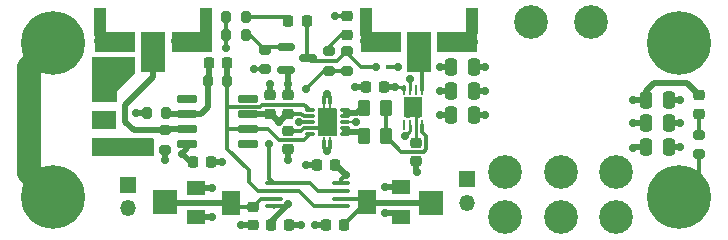
<source format=gtl>
%TF.GenerationSoftware,KiCad,Pcbnew,(6.0.6)*%
%TF.CreationDate,2022-12-06T18:53:10+01:00*%
%TF.ProjectId,sa_amp,73615f61-6d70-42e6-9b69-6361645f7063,rev?*%
%TF.SameCoordinates,Original*%
%TF.FileFunction,Copper,L1,Top*%
%TF.FilePolarity,Positive*%
%FSLAX46Y46*%
G04 Gerber Fmt 4.6, Leading zero omitted, Abs format (unit mm)*
G04 Created by KiCad (PCBNEW (6.0.6)) date 2022-12-06 18:53:10*
%MOMM*%
%LPD*%
G01*
G04 APERTURE LIST*
G04 Aperture macros list*
%AMRoundRect*
0 Rectangle with rounded corners*
0 $1 Rounding radius*
0 $2 $3 $4 $5 $6 $7 $8 $9 X,Y pos of 4 corners*
0 Add a 4 corners polygon primitive as box body*
4,1,4,$2,$3,$4,$5,$6,$7,$8,$9,$2,$3,0*
0 Add four circle primitives for the rounded corners*
1,1,$1+$1,$2,$3*
1,1,$1+$1,$4,$5*
1,1,$1+$1,$6,$7*
1,1,$1+$1,$8,$9*
0 Add four rect primitives between the rounded corners*
20,1,$1+$1,$2,$3,$4,$5,0*
20,1,$1+$1,$4,$5,$6,$7,0*
20,1,$1+$1,$6,$7,$8,$9,0*
20,1,$1+$1,$8,$9,$2,$3,0*%
G04 Aperture macros list end*
%TA.AperFunction,SMDPad,CuDef*%
%ADD10RoundRect,0.200000X-0.275000X0.200000X-0.275000X-0.200000X0.275000X-0.200000X0.275000X0.200000X0*%
%TD*%
%TA.AperFunction,SMDPad,CuDef*%
%ADD11RoundRect,0.218750X-0.256250X0.218750X-0.256250X-0.218750X0.256250X-0.218750X0.256250X0.218750X0*%
%TD*%
%TA.AperFunction,SMDPad,CuDef*%
%ADD12RoundRect,0.200000X-0.200000X-0.275000X0.200000X-0.275000X0.200000X0.275000X-0.200000X0.275000X0*%
%TD*%
%TA.AperFunction,SMDPad,CuDef*%
%ADD13RoundRect,0.200000X0.275000X-0.200000X0.275000X0.200000X-0.275000X0.200000X-0.275000X-0.200000X0*%
%TD*%
%TA.AperFunction,SMDPad,CuDef*%
%ADD14RoundRect,0.225000X0.250000X-0.225000X0.250000X0.225000X-0.250000X0.225000X-0.250000X-0.225000X0*%
%TD*%
%TA.AperFunction,SMDPad,CuDef*%
%ADD15RoundRect,0.250000X0.250000X0.475000X-0.250000X0.475000X-0.250000X-0.475000X0.250000X-0.475000X0*%
%TD*%
%TA.AperFunction,SMDPad,CuDef*%
%ADD16R,1.600000X1.300000*%
%TD*%
%TA.AperFunction,SMDPad,CuDef*%
%ADD17R,1.600000X2.000000*%
%TD*%
%TA.AperFunction,SMDPad,CuDef*%
%ADD18RoundRect,0.225000X0.225000X0.250000X-0.225000X0.250000X-0.225000X-0.250000X0.225000X-0.250000X0*%
%TD*%
%TA.AperFunction,SMDPad,CuDef*%
%ADD19RoundRect,0.225000X-0.225000X-0.250000X0.225000X-0.250000X0.225000X0.250000X-0.225000X0.250000X0*%
%TD*%
%TA.AperFunction,ComponentPad*%
%ADD20C,3.100000*%
%TD*%
%TA.AperFunction,ConnectorPad*%
%ADD21C,5.400000*%
%TD*%
%TA.AperFunction,SMDPad,CuDef*%
%ADD22R,2.000000X1.500000*%
%TD*%
%TA.AperFunction,SMDPad,CuDef*%
%ADD23R,2.000000X3.800000*%
%TD*%
%TA.AperFunction,ComponentPad*%
%ADD24R,1.350000X1.350000*%
%TD*%
%TA.AperFunction,ComponentPad*%
%ADD25O,1.350000X1.350000*%
%TD*%
%TA.AperFunction,SMDPad,CuDef*%
%ADD26RoundRect,0.250000X-0.262500X-0.450000X0.262500X-0.450000X0.262500X0.450000X-0.262500X0.450000X0*%
%TD*%
%TA.AperFunction,SMDPad,CuDef*%
%ADD27R,0.600000X0.450000*%
%TD*%
%TA.AperFunction,SMDPad,CuDef*%
%ADD28RoundRect,0.218750X0.218750X0.256250X-0.218750X0.256250X-0.218750X-0.256250X0.218750X-0.256250X0*%
%TD*%
%TA.AperFunction,SMDPad,CuDef*%
%ADD29RoundRect,0.150000X-0.725000X-0.150000X0.725000X-0.150000X0.725000X0.150000X-0.725000X0.150000X0*%
%TD*%
%TA.AperFunction,SMDPad,CuDef*%
%ADD30RoundRect,0.225000X-0.250000X0.225000X-0.250000X-0.225000X0.250000X-0.225000X0.250000X0.225000X0*%
%TD*%
%TA.AperFunction,SMDPad,CuDef*%
%ADD31R,2.000000X2.000000*%
%TD*%
%TA.AperFunction,SMDPad,CuDef*%
%ADD32R,2.000000X3.500000*%
%TD*%
%TA.AperFunction,SMDPad,CuDef*%
%ADD33R,3.500000X1.750000*%
%TD*%
%TA.AperFunction,SMDPad,CuDef*%
%ADD34R,1.000000X2.350000*%
%TD*%
%TA.AperFunction,SMDPad,CuDef*%
%ADD35R,1.000000X2.200000*%
%TD*%
%TA.AperFunction,SMDPad,CuDef*%
%ADD36O,0.850000X0.280000*%
%TD*%
%TA.AperFunction,SMDPad,CuDef*%
%ADD37R,0.280000X0.280000*%
%TD*%
%TA.AperFunction,SMDPad,CuDef*%
%ADD38R,0.680000X1.050000*%
%TD*%
%TA.AperFunction,SMDPad,CuDef*%
%ADD39R,0.260000X0.500000*%
%TD*%
%TA.AperFunction,SMDPad,CuDef*%
%ADD40R,1.650000X2.400000*%
%TD*%
%TA.AperFunction,SMDPad,CuDef*%
%ADD41R,0.280000X0.700000*%
%TD*%
%TA.AperFunction,SMDPad,CuDef*%
%ADD42RoundRect,0.062500X-0.062500X0.325000X-0.062500X-0.325000X0.062500X-0.325000X0.062500X0.325000X0*%
%TD*%
%TA.AperFunction,SMDPad,CuDef*%
%ADD43R,1.650000X1.800000*%
%TD*%
%TA.AperFunction,SMDPad,CuDef*%
%ADD44RoundRect,0.150000X-0.587500X-0.150000X0.587500X-0.150000X0.587500X0.150000X-0.587500X0.150000X0*%
%TD*%
%TA.AperFunction,SMDPad,CuDef*%
%ADD45RoundRect,0.200000X0.200000X0.275000X-0.200000X0.275000X-0.200000X-0.275000X0.200000X-0.275000X0*%
%TD*%
%TA.AperFunction,SMDPad,CuDef*%
%ADD46RoundRect,0.100000X-0.637500X-0.100000X0.637500X-0.100000X0.637500X0.100000X-0.637500X0.100000X0*%
%TD*%
%TA.AperFunction,ComponentPad*%
%ADD47C,2.850000*%
%TD*%
%TA.AperFunction,ViaPad*%
%ADD48C,0.700000*%
%TD*%
%TA.AperFunction,Conductor*%
%ADD49C,0.300000*%
%TD*%
%TA.AperFunction,Conductor*%
%ADD50C,0.500000*%
%TD*%
%TA.AperFunction,Conductor*%
%ADD51C,0.250000*%
%TD*%
%TA.AperFunction,Conductor*%
%ADD52C,0.200000*%
%TD*%
%TA.AperFunction,Conductor*%
%ADD53C,2.000000*%
%TD*%
G04 APERTURE END LIST*
D10*
%TO.P,R11,1*%
%TO.N,Net-(D4-Pad2)*%
X158200000Y-111275000D03*
%TO.P,R11,2*%
%TO.N,GND*%
X158200000Y-112925000D03*
%TD*%
D11*
%TO.P,D4,1,K*%
%TO.N,-9V*%
X158200000Y-107912500D03*
%TO.P,D4,2,A*%
%TO.N,Net-(D4-Pad2)*%
X158200000Y-109487500D03*
%TD*%
D12*
%TO.P,R1,1*%
%TO.N,GND*%
X111437500Y-109450000D03*
%TO.P,R1,2*%
%TO.N,Net-(C4-Pad1)*%
X113087500Y-109450000D03*
%TD*%
D13*
%TO.P,R7,1*%
%TO.N,Net-(R7-Pad1)*%
X128400000Y-105825000D03*
%TO.P,R7,2*%
%TO.N,Net-(D1-Pad1)*%
X128400000Y-104175000D03*
%TD*%
D10*
%TO.P,R9,1*%
%TO.N,Net-(C6-Pad1)*%
X126900000Y-104175000D03*
%TO.P,R9,2*%
%TO.N,Net-(R7-Pad1)*%
X126900000Y-105825000D03*
%TD*%
D14*
%TO.P,C6,1*%
%TO.N,Net-(C6-Pad1)*%
X128400000Y-102775000D03*
%TO.P,C6,2*%
%TO.N,-9V*%
X128400000Y-101225000D03*
%TD*%
D15*
%TO.P,C3,1*%
%TO.N,GND*%
X155650000Y-108300000D03*
%TO.P,C3,2*%
%TO.N,-9V*%
X153750000Y-108300000D03*
%TD*%
D16*
%TO.P,RV1,1,1*%
%TO.N,+9V*%
X115662500Y-115750000D03*
D17*
%TO.P,RV1,2,2*%
%TO.N,Net-(C11-Pad1)*%
X118562500Y-117000000D03*
D16*
%TO.P,RV1,3,3*%
%TO.N,GND*%
X115662500Y-118250000D03*
%TD*%
D18*
%TO.P,C15,1*%
%TO.N,+9V*%
X131575000Y-107250000D03*
%TO.P,C15,2*%
%TO.N,GND*%
X130025000Y-107250000D03*
%TD*%
D19*
%TO.P,C12,1*%
%TO.N,GND*%
X126637500Y-118900000D03*
%TO.P,C12,2*%
%TO.N,Net-(C12-Pad2)*%
X128187500Y-118900000D03*
%TD*%
D20*
%TO.P,H2,1,1*%
%TO.N,GND*%
X156500000Y-103500000D03*
D21*
X156500000Y-103500000D03*
%TD*%
D22*
%TO.P,D2,1,A*%
%TO.N,-9V*%
X107800000Y-112300000D03*
%TO.P,D2,2*%
%TO.N,N/C*%
X107800000Y-110000000D03*
%TO.P,D2,3,K*%
%TO.N,+9V*%
X107800000Y-107700000D03*
D23*
%TO.P,D2,4,common*%
%TO.N,GND*%
X101500000Y-110000000D03*
%TD*%
D14*
%TO.P,C2,1*%
%TO.N,+9V*%
X121912500Y-109475000D03*
%TO.P,C2,2*%
%TO.N,GND*%
X121912500Y-107925000D03*
%TD*%
D18*
%TO.P,C17,1*%
%TO.N,GND*%
X123487500Y-118900000D03*
%TO.P,C17,2*%
%TO.N,-9V*%
X121937500Y-118900000D03*
%TD*%
D24*
%TO.P,BT1,1,+*%
%TO.N,Net-(BT1-Pad1)*%
X138600000Y-115000000D03*
D25*
%TO.P,BT1,2,-*%
%TO.N,GND*%
X138600000Y-117000000D03*
%TD*%
D21*
%TO.P,H1,1,1*%
%TO.N,GND*%
X103500000Y-103500000D03*
D20*
X103500000Y-103500000D03*
%TD*%
%TO.P,H3,1,1*%
%TO.N,GND*%
X156500000Y-116500000D03*
D21*
X156500000Y-116500000D03*
%TD*%
D26*
%TO.P,R4,1*%
%TO.N,Net-(R4-Pad1)*%
X129887500Y-111400000D03*
%TO.P,R4,2*%
%TO.N,Net-(R4-Pad2)*%
X131712500Y-111400000D03*
%TD*%
D27*
%TO.P,D3,1,K*%
%TO.N,Net-(D1-Pad1)*%
X129850000Y-105500000D03*
%TO.P,D3,2,A*%
%TO.N,GND*%
X131950000Y-105500000D03*
%TD*%
D15*
%TO.P,C13,1*%
%TO.N,+9V*%
X139150000Y-109550000D03*
%TO.P,C13,2*%
%TO.N,GND*%
X137250000Y-109550000D03*
%TD*%
D12*
%TO.P,R6,1*%
%TO.N,+9V*%
X118175000Y-101300000D03*
%TO.P,R6,2*%
%TO.N,Net-(D1-Pad2)*%
X119825000Y-101300000D03*
%TD*%
D16*
%TO.P,RV2,1,1*%
%TO.N,-9V*%
X132962500Y-118200000D03*
D17*
%TO.P,RV2,2,2*%
%TO.N,Net-(C12-Pad2)*%
X130062500Y-116950000D03*
D16*
%TO.P,RV2,3,3*%
%TO.N,GND*%
X132962500Y-115700000D03*
%TD*%
D28*
%TO.P,D1,1,K*%
%TO.N,Net-(D1-Pad1)*%
X124987500Y-101600000D03*
%TO.P,D1,2,A*%
%TO.N,Net-(D1-Pad2)*%
X123412500Y-101600000D03*
%TD*%
D14*
%TO.P,C10,1*%
%TO.N,GND*%
X123412500Y-112475000D03*
%TO.P,C10,2*%
%TO.N,-9V*%
X123412500Y-110925000D03*
%TD*%
D29*
%TO.P,U1,1,VOS_TRIM*%
%TO.N,unconnected-(U1-Pad1)*%
X114887500Y-108245000D03*
%TO.P,U1,2,IN-*%
%TO.N,Net-(C4-Pad1)*%
X114887500Y-109515000D03*
%TO.P,U1,3,IN+*%
%TO.N,Net-(J1-Pad1)*%
X114887500Y-110785000D03*
%TO.P,U1,4,V-*%
%TO.N,-9V*%
X114887500Y-112055000D03*
%TO.P,U1,5,OVERCOMP*%
%TO.N,unconnected-(U1-Pad5)*%
X120037500Y-112055000D03*
%TO.P,U1,6,OUT*%
%TO.N,Net-(C4-Pad2)*%
X120037500Y-110785000D03*
%TO.P,U1,7,V+*%
%TO.N,+9V*%
X120037500Y-109515000D03*
%TO.P,U1,8,VOS_TRIM*%
%TO.N,unconnected-(U1-Pad8)*%
X120037500Y-108245000D03*
%TD*%
D30*
%TO.P,C11,1*%
%TO.N,Net-(C11-Pad1)*%
X120412500Y-117375000D03*
%TO.P,C11,2*%
%TO.N,GND*%
X120412500Y-118925000D03*
%TD*%
D31*
%TO.P,TP2,1,1*%
%TO.N,Net-(C12-Pad2)*%
X135500000Y-117000000D03*
%TD*%
D19*
%TO.P,C4,1*%
%TO.N,Net-(C4-Pad1)*%
X116687500Y-105200000D03*
%TO.P,C4,2*%
%TO.N,Net-(C4-Pad2)*%
X118237500Y-105200000D03*
%TD*%
D13*
%TO.P,R10,1*%
%TO.N,-9V*%
X121500000Y-105725000D03*
%TO.P,R10,2*%
%TO.N,Net-(Q1-Pad1)*%
X121500000Y-104075000D03*
%TD*%
D18*
%TO.P,C5,1*%
%TO.N,GND*%
X116887500Y-113600000D03*
%TO.P,C5,2*%
%TO.N,-9V*%
X115337500Y-113600000D03*
%TD*%
D32*
%TO.P,J1,1,In*%
%TO.N,Net-(J1-Pad1)*%
X112000000Y-104250000D03*
D33*
%TO.P,J1,2,Ext*%
%TO.N,GND*%
X115250000Y-103375000D03*
D34*
X107500000Y-101675000D03*
D35*
X116500000Y-101600000D03*
D33*
X108750000Y-103375000D03*
%TD*%
D15*
%TO.P,C1,1*%
%TO.N,+9V*%
X139150000Y-105550000D03*
%TO.P,C1,2*%
%TO.N,GND*%
X137250000Y-105550000D03*
%TD*%
D14*
%TO.P,C18,1*%
%TO.N,GND*%
X134250000Y-113475000D03*
%TO.P,C18,2*%
%TO.N,-9V*%
X134250000Y-111925000D03*
%TD*%
D36*
%TO.P,U2,1,+*%
%TO.N,Net-(C4-Pad2)*%
X125275000Y-109200000D03*
D37*
X124990000Y-109200000D03*
D36*
%TO.P,U2,2,V+*%
%TO.N,+9V*%
X125275000Y-109700000D03*
D37*
X124990000Y-109700000D03*
D36*
%TO.P,U2,3,GND*%
%TO.N,GND*%
X125275000Y-110200000D03*
D37*
X124990000Y-110200000D03*
D36*
%TO.P,U2,4,V-*%
%TO.N,-9V*%
X125275000Y-110700000D03*
D37*
X124990000Y-110700000D03*
D36*
%TO.P,U2,5,+*%
%TO.N,Net-(C4-Pad2)*%
X125275000Y-111200000D03*
D37*
X124990000Y-111200000D03*
%TO.P,U2,6,-*%
%TO.N,Net-(R4-Pad1)*%
X128510000Y-111200000D03*
D36*
X128225000Y-111200000D03*
D37*
%TO.P,U2,7*%
X128510000Y-110700000D03*
D36*
X128225000Y-110700000D03*
%TO.P,U2,8,EN*%
%TO.N,+9V*%
X128225000Y-110200000D03*
D37*
X128510000Y-110200000D03*
D36*
%TO.P,U2,9*%
%TO.N,Net-(R5-Pad1)*%
X128225000Y-109700000D03*
D37*
X128510000Y-109700000D03*
D36*
%TO.P,U2,10,-*%
X128225000Y-109200000D03*
D37*
X128510000Y-109200000D03*
D38*
%TO.P,U2,11,V-*%
%TO.N,-9V*%
X126300000Y-110835000D03*
D39*
X127000000Y-108570000D03*
D40*
X126750000Y-110200000D03*
D41*
X127000000Y-111750000D03*
D39*
X126500000Y-108570000D03*
D38*
X127200000Y-109565000D03*
D39*
X126500000Y-111830000D03*
D38*
X126300000Y-109565000D03*
D41*
X127000000Y-108650000D03*
X126500000Y-111750000D03*
D38*
X127200000Y-110835000D03*
D41*
X126500000Y-108650000D03*
D39*
X127000000Y-111830000D03*
%TD*%
D42*
%TO.P,U4,1*%
%TO.N,Net-(J2-Pad1)*%
X134750000Y-107487500D03*
%TO.P,U4,2,NC*%
%TO.N,unconnected-(U4-Pad2)*%
X134250000Y-107487500D03*
%TO.P,U4,3,GND*%
%TO.N,GND*%
X133750000Y-107487500D03*
%TO.P,U4,4,VDD*%
%TO.N,+9V*%
X133250000Y-107487500D03*
%TO.P,U4,5,NC*%
%TO.N,unconnected-(U4-Pad5)*%
X133250000Y-110412500D03*
%TO.P,U4,6*%
%TO.N,Net-(D1-Pad1)*%
X133750000Y-110412500D03*
%TO.P,U4,7,VSS*%
%TO.N,-9V*%
X134250000Y-110412500D03*
%TO.P,U4,8*%
%TO.N,Net-(R4-Pad2)*%
X134750000Y-110412500D03*
D43*
%TO.P,U4,9,VSS*%
%TO.N,-9V*%
X134000000Y-108950000D03*
%TD*%
D15*
%TO.P,C9,1*%
%TO.N,GND*%
X155650000Y-110300000D03*
%TO.P,C9,2*%
%TO.N,-9V*%
X153750000Y-110300000D03*
%TD*%
D32*
%TO.P,J2,1,In*%
%TO.N,Net-(J2-Pad1)*%
X134500000Y-104250000D03*
D34*
%TO.P,J2,2,Ext*%
%TO.N,GND*%
X130000000Y-101675000D03*
D33*
X131250000Y-103375000D03*
D35*
X139000000Y-101600000D03*
D33*
X137750000Y-103375000D03*
%TD*%
D44*
%TO.P,Q1,1,G*%
%TO.N,Net-(Q1-Pad1)*%
X123262500Y-103850000D03*
%TO.P,Q1,2,S*%
%TO.N,GND*%
X123262500Y-105750000D03*
%TO.P,Q1,3,D*%
%TO.N,Net-(D1-Pad1)*%
X125137500Y-104800000D03*
%TD*%
D21*
%TO.P,H4,1,1*%
%TO.N,GND*%
X103500000Y-116500000D03*
D20*
X103500000Y-116500000D03*
%TD*%
D14*
%TO.P,C8,1*%
%TO.N,+9V*%
X123412500Y-109475000D03*
%TO.P,C8,2*%
%TO.N,GND*%
X123412500Y-107925000D03*
%TD*%
D18*
%TO.P,C14,1*%
%TO.N,+9V*%
X127437500Y-113850000D03*
%TO.P,C14,2*%
%TO.N,GND*%
X125887500Y-113850000D03*
%TD*%
D15*
%TO.P,C7,1*%
%TO.N,+9V*%
X139150000Y-107550000D03*
%TO.P,C7,2*%
%TO.N,GND*%
X137250000Y-107550000D03*
%TD*%
D45*
%TO.P,R8,1*%
%TO.N,Net-(Q1-Pad1)*%
X119825000Y-102800000D03*
%TO.P,R8,2*%
%TO.N,+9V*%
X118175000Y-102800000D03*
%TD*%
D10*
%TO.P,R2,1*%
%TO.N,Net-(J1-Pad1)*%
X113012500Y-110875000D03*
%TO.P,R2,2*%
%TO.N,GND*%
X113012500Y-112525000D03*
%TD*%
D15*
%TO.P,C16,1*%
%TO.N,GND*%
X155650000Y-112300000D03*
%TO.P,C16,2*%
%TO.N,-9V*%
X153750000Y-112300000D03*
%TD*%
D46*
%TO.P,U3,1*%
%TO.N,Net-(R7-Pad1)*%
X122200000Y-115375000D03*
%TO.P,U3,2,-*%
%TO.N,Net-(C4-Pad2)*%
X122200000Y-116025000D03*
%TO.P,U3,3,+*%
%TO.N,Net-(C11-Pad1)*%
X122200000Y-116675000D03*
%TO.P,U3,4,V-*%
%TO.N,-9V*%
X122200000Y-117325000D03*
%TO.P,U3,5,+*%
%TO.N,Net-(C4-Pad2)*%
X127925000Y-117325000D03*
%TO.P,U3,6,_*%
%TO.N,Net-(C12-Pad2)*%
X127925000Y-116675000D03*
%TO.P,U3,7*%
%TO.N,Net-(R7-Pad1)*%
X127925000Y-116025000D03*
%TO.P,U3,8,V+*%
%TO.N,+9V*%
X127925000Y-115375000D03*
%TD*%
D26*
%TO.P,R5,1*%
%TO.N,Net-(R5-Pad1)*%
X129887500Y-109000000D03*
%TO.P,R5,2*%
%TO.N,Net-(R4-Pad2)*%
X131712500Y-109000000D03*
%TD*%
D31*
%TO.P,TP1,1,1*%
%TO.N,Net-(C11-Pad1)*%
X113000000Y-116950000D03*
%TD*%
D24*
%TO.P,BT2,1,+*%
%TO.N,GND*%
X109900000Y-115500000D03*
D25*
%TO.P,BT2,2,-*%
%TO.N,Net-(BT2-Pad2)*%
X109900000Y-117500000D03*
%TD*%
D47*
%TO.P,SW1,1,A*%
%TO.N,unconnected-(SW1-Pad1)*%
X141810000Y-114450000D03*
%TO.P,SW1,2,B*%
%TO.N,Net-(BT1-Pad1)*%
X146500000Y-114450000D03*
%TO.P,SW1,3,C*%
%TO.N,+9V*%
X151190000Y-114450000D03*
%TO.P,SW1,4,A*%
%TO.N,unconnected-(SW1-Pad4)*%
X141810000Y-118260000D03*
%TO.P,SW1,5,B*%
%TO.N,Net-(BT2-Pad2)*%
X146500000Y-118260000D03*
%TO.P,SW1,6,C*%
%TO.N,-9V*%
X151190000Y-118260000D03*
%TO.P,SW1,7,SHLD*%
%TO.N,GND*%
X143960000Y-101750000D03*
%TO.P,SW1,8,SHLD*%
X149040000Y-101750000D03*
%TD*%
D12*
%TO.P,R3,1*%
%TO.N,Net-(C4-Pad1)*%
X116637500Y-106700000D03*
%TO.P,R3,2*%
%TO.N,Net-(C4-Pad2)*%
X118287500Y-106700000D03*
%TD*%
D48*
%TO.N,+9V*%
X107800000Y-105200000D03*
X140100000Y-109550000D03*
X129150000Y-110200000D03*
X128312500Y-114650000D03*
X109900000Y-105200000D03*
X118200000Y-103900000D03*
X122663057Y-110175159D03*
X140100000Y-105550000D03*
X116962500Y-115750000D03*
X140100000Y-107550000D03*
X109000000Y-106200000D03*
X132500000Y-107250000D03*
%TO.N,GND*%
X119462500Y-118900000D03*
X132650000Y-103400000D03*
X117812500Y-113600000D03*
X156600000Y-110300000D03*
X113850000Y-103350000D03*
X124500000Y-118900000D03*
X130000000Y-101650000D03*
X134300000Y-114400000D03*
X123400000Y-107000000D03*
X124962500Y-113850000D03*
X156600000Y-108300000D03*
X124362500Y-110200000D03*
X136300000Y-109550000D03*
X131662500Y-115700000D03*
X132700000Y-105500000D03*
X136300000Y-107550000D03*
X116500000Y-101600000D03*
X123412500Y-113400000D03*
X110150000Y-103400000D03*
X136350000Y-103350000D03*
X136300000Y-105550000D03*
X131250000Y-103375000D03*
X129100000Y-107250000D03*
X139150000Y-103400000D03*
X116962500Y-118250000D03*
X125712500Y-118900000D03*
X139000000Y-101600000D03*
X107500000Y-101700000D03*
X116650000Y-103350000D03*
X156600000Y-112300000D03*
X108750000Y-103375000D03*
X115250000Y-103375000D03*
X133750000Y-106550000D03*
X113012500Y-113400000D03*
X121900000Y-107000000D03*
X137750000Y-103375000D03*
X110562500Y-109450000D03*
X107350000Y-103350000D03*
X129850000Y-103350000D03*
%TO.N,-9V*%
X152650000Y-110300000D03*
X127400000Y-101200000D03*
X131600000Y-117900000D03*
X152650000Y-108300000D03*
X114412500Y-112850000D03*
X126300000Y-109350000D03*
X126300000Y-110200000D03*
X127200000Y-111050000D03*
X109200000Y-112300000D03*
X123450000Y-117100000D03*
X152600000Y-112350000D03*
X134450000Y-108400000D03*
X111600000Y-112300000D03*
X134450000Y-109500000D03*
X126300000Y-111050000D03*
X126750000Y-107800000D03*
X127200000Y-109350000D03*
X133550000Y-108400000D03*
X133550000Y-109500000D03*
X127200000Y-110200000D03*
X120500000Y-105700000D03*
X126750000Y-112600000D03*
X110400000Y-112300000D03*
%TO.N,Net-(R7-Pad1)*%
X121800000Y-112000000D03*
X124900000Y-107400000D03*
%TO.N,Net-(D1-Pad1)*%
X133300000Y-111400000D03*
X130900000Y-105500000D03*
%TD*%
D49*
%TO.N,GND*%
X158200000Y-112925000D02*
X158200000Y-114800000D01*
X158200000Y-114800000D02*
X156500000Y-116500000D01*
%TO.N,Net-(D4-Pad2)*%
X158200000Y-109487500D02*
X158200000Y-111275000D01*
D50*
%TO.N,-9V*%
X157187500Y-106900000D02*
X158200000Y-107912500D01*
X154400000Y-106900000D02*
X157187500Y-106900000D01*
X153750000Y-107550000D02*
X154400000Y-106900000D01*
X153750000Y-108300000D02*
X153750000Y-107550000D01*
%TO.N,+9V*%
X107800000Y-107700000D02*
X107800000Y-105200000D01*
D49*
X123637500Y-109700000D02*
X123412500Y-109475000D01*
D50*
X115662500Y-115750000D02*
X116962500Y-115750000D01*
X139150000Y-107550000D02*
X140100000Y-107550000D01*
X121872500Y-109515000D02*
X121912500Y-109475000D01*
D49*
X118175000Y-103875000D02*
X118200000Y-103900000D01*
X124990000Y-109700000D02*
X124781739Y-109700000D01*
D50*
X121962898Y-109475000D02*
X122663057Y-110175159D01*
X107800000Y-107700000D02*
X107800000Y-107400000D01*
X127512500Y-113850000D02*
X128312500Y-114650000D01*
D51*
X133250000Y-107487500D02*
X133250000Y-107150000D01*
D50*
X123363216Y-109475000D02*
X122663057Y-110175159D01*
D49*
X118175000Y-102800000D02*
X118175000Y-103875000D01*
D50*
X127437500Y-113850000D02*
X127512500Y-113850000D01*
D52*
X128225000Y-110200000D02*
X129150000Y-110200000D01*
D51*
X133012500Y-107250000D02*
X132500000Y-107250000D01*
D49*
X123412500Y-109475000D02*
X123363216Y-109475000D01*
D50*
X139150000Y-105550000D02*
X140100000Y-105550000D01*
X139150000Y-109550000D02*
X140100000Y-109550000D01*
X121912500Y-109475000D02*
X121962898Y-109475000D01*
D51*
X133250000Y-107487500D02*
X133012500Y-107250000D01*
D50*
X120037500Y-109515000D02*
X121872500Y-109515000D01*
X131775000Y-107250000D02*
X132050000Y-107250000D01*
D49*
X127925000Y-115037500D02*
X128312500Y-114650000D01*
D50*
X107800000Y-105200000D02*
X109900000Y-105200000D01*
X132050000Y-107250000D02*
X132500000Y-107250000D01*
D49*
X127925000Y-115375000D02*
X127925000Y-115037500D01*
X118175000Y-101300000D02*
X118175000Y-102800000D01*
D50*
X107800000Y-107400000D02*
X109000000Y-106200000D01*
D49*
X124781739Y-109700000D02*
X124556739Y-109475000D01*
X124556739Y-109475000D02*
X123412500Y-109475000D01*
D50*
%TO.N,GND*%
X121912500Y-107925000D02*
X121725000Y-107925000D01*
X113012500Y-112525000D02*
X113012500Y-113400000D01*
D49*
X125275000Y-110200000D02*
X124362500Y-110200000D01*
D50*
X137250000Y-105550000D02*
X136300000Y-105550000D01*
X137250000Y-109550000D02*
X136300000Y-109550000D01*
X125887500Y-113850000D02*
X124962500Y-113850000D01*
X115250000Y-103375000D02*
X116625000Y-103375000D01*
X131250000Y-103375000D02*
X132625000Y-103375000D01*
X123412500Y-112475000D02*
X123412500Y-113400000D01*
X131250000Y-103375000D02*
X129875000Y-103375000D01*
X123400000Y-107000000D02*
X123400000Y-105887500D01*
D53*
X101500000Y-114500000D02*
X103500000Y-116500000D01*
D50*
X115662500Y-118250000D02*
X116962500Y-118250000D01*
X155650000Y-112300000D02*
X156600000Y-112300000D01*
X123412500Y-107925000D02*
X123412500Y-107012500D01*
X137750000Y-103375000D02*
X136375000Y-103375000D01*
X155650000Y-110300000D02*
X156600000Y-110300000D01*
D53*
X101500000Y-105500000D02*
X103500000Y-103500000D01*
D50*
X137750000Y-103375000D02*
X139125000Y-103375000D01*
X116887500Y-113600000D02*
X117812500Y-113600000D01*
X123487500Y-118900000D02*
X124500000Y-118900000D01*
D53*
X101500000Y-110000000D02*
X101500000Y-105500000D01*
D50*
X132625000Y-103375000D02*
X132650000Y-103400000D01*
X134250000Y-114350000D02*
X134250000Y-113475000D01*
X136375000Y-103375000D02*
X136350000Y-103350000D01*
X139125000Y-103375000D02*
X139150000Y-103400000D01*
X129875000Y-103375000D02*
X129850000Y-103350000D01*
X113875000Y-103375000D02*
X113850000Y-103350000D01*
X110125000Y-103375000D02*
X110150000Y-103400000D01*
X134300000Y-114400000D02*
X134250000Y-114350000D01*
X137250000Y-107550000D02*
X136300000Y-107550000D01*
X123412500Y-107012500D02*
X123400000Y-107000000D01*
X121912500Y-107012500D02*
X121900000Y-107000000D01*
X107500000Y-101675000D02*
X107500000Y-101700000D01*
X120412500Y-118925000D02*
X119487500Y-118925000D01*
X130000000Y-101675000D02*
X130000000Y-101650000D01*
X119487500Y-118925000D02*
X119462500Y-118900000D01*
X126637500Y-118900000D02*
X125712500Y-118900000D01*
X111437500Y-109450000D02*
X110562500Y-109450000D01*
X121912500Y-107925000D02*
X121912500Y-107012500D01*
D51*
X133750000Y-107487500D02*
X133750000Y-106550000D01*
D50*
X108750000Y-103375000D02*
X110125000Y-103375000D01*
X155650000Y-108300000D02*
X156600000Y-108300000D01*
X132962500Y-115700000D02*
X131662500Y-115700000D01*
X107375000Y-103375000D02*
X107350000Y-103350000D01*
D53*
X101500000Y-110000000D02*
X101500000Y-114500000D01*
D50*
X108750000Y-103375000D02*
X107375000Y-103375000D01*
D49*
X131950000Y-105500000D02*
X132700000Y-105500000D01*
D50*
X130025000Y-107250000D02*
X129100000Y-107250000D01*
X123400000Y-105887500D02*
X123262500Y-105750000D01*
X116625000Y-103375000D02*
X116650000Y-103350000D01*
X115250000Y-103375000D02*
X113875000Y-103375000D01*
D49*
%TO.N,-9V*%
X121500000Y-105725000D02*
X120525000Y-105725000D01*
X127200000Y-109350000D02*
X126750000Y-109800000D01*
D50*
X115162500Y-113600000D02*
X114412500Y-112850000D01*
D51*
X134000000Y-108950000D02*
X134000000Y-108850000D01*
D49*
X127000000Y-111750000D02*
X127000000Y-112350000D01*
X126500000Y-108050000D02*
X126750000Y-107800000D01*
X126750000Y-110600000D02*
X126750000Y-110200000D01*
D51*
X134000000Y-109050000D02*
X134450000Y-109500000D01*
D49*
X124556739Y-110925000D02*
X123412500Y-110925000D01*
X126750000Y-109800000D02*
X126750000Y-110200000D01*
D50*
X153750000Y-112300000D02*
X152650000Y-112300000D01*
X115337500Y-113600000D02*
X115162500Y-113600000D01*
D49*
X123637500Y-110700000D02*
X123412500Y-110925000D01*
X127200000Y-111050000D02*
X126750000Y-110600000D01*
D50*
X114887500Y-112055000D02*
X114887500Y-112375000D01*
D49*
X127000000Y-108570000D02*
X127000000Y-108050000D01*
D51*
X134250000Y-110412500D02*
X134250000Y-109200000D01*
D49*
X124990000Y-110700000D02*
X124781739Y-110700000D01*
D51*
X134000000Y-108950000D02*
X134000000Y-109050000D01*
D49*
X122200000Y-117325000D02*
X122200000Y-117362500D01*
X123450000Y-117100000D02*
X123225000Y-117325000D01*
D50*
X114887500Y-112375000D02*
X114412500Y-112850000D01*
D49*
X127425000Y-101225000D02*
X127400000Y-101200000D01*
X126500000Y-112350000D02*
X126750000Y-112600000D01*
D50*
X153750000Y-110300000D02*
X152650000Y-110300000D01*
X132662500Y-117900000D02*
X132962500Y-118200000D01*
X153750000Y-108300000D02*
X152650000Y-108300000D01*
D51*
X134250000Y-110412500D02*
X134250000Y-111925000D01*
X134000000Y-108850000D02*
X133550000Y-108400000D01*
D49*
X123225000Y-117325000D02*
X122200000Y-117325000D01*
D51*
X134000000Y-109050000D02*
X133550000Y-109500000D01*
D49*
X126300000Y-109350000D02*
X126750000Y-109800000D01*
X126300000Y-111050000D02*
X126750000Y-110600000D01*
D50*
X107800000Y-112300000D02*
X111600000Y-112300000D01*
D49*
X128400000Y-101225000D02*
X127425000Y-101225000D01*
X120525000Y-105725000D02*
X120500000Y-105700000D01*
D50*
X121937500Y-118662500D02*
X121937500Y-118900000D01*
D49*
X126500000Y-108570000D02*
X126500000Y-108050000D01*
D50*
X123450000Y-117150000D02*
X121937500Y-118662500D01*
X123450000Y-117100000D02*
X123450000Y-117150000D01*
D49*
X126500000Y-111750000D02*
X126500000Y-112350000D01*
X126750000Y-110200000D02*
X127200000Y-110200000D01*
X127000000Y-108050000D02*
X126750000Y-107800000D01*
X124781739Y-110700000D02*
X124556739Y-110925000D01*
D51*
X134250000Y-109200000D02*
X134000000Y-108950000D01*
D49*
X127000000Y-112350000D02*
X126750000Y-112600000D01*
X125275000Y-110700000D02*
X126250000Y-110700000D01*
D50*
X131600000Y-117900000D02*
X132662500Y-117900000D01*
D49*
X126750000Y-110200000D02*
X126300000Y-110200000D01*
D51*
X134000000Y-108850000D02*
X134450000Y-108400000D01*
D49*
X126250000Y-110700000D02*
X126750000Y-110200000D01*
%TO.N,Net-(C4-Pad1)*%
X113152500Y-109515000D02*
X113087500Y-109450000D01*
D50*
X116637500Y-106700000D02*
X116637500Y-108925000D01*
X114887500Y-109515000D02*
X113152500Y-109515000D01*
X116637500Y-108925000D02*
X116047500Y-109515000D01*
X116047500Y-109515000D02*
X114887500Y-109515000D01*
X116687500Y-105200000D02*
X116687500Y-106650000D01*
D49*
X116687500Y-106650000D02*
X116637500Y-106700000D01*
%TO.N,Net-(C4-Pad2)*%
X120015000Y-110762500D02*
X120037500Y-110785000D01*
X121212500Y-108700000D02*
X124775000Y-108700000D01*
X120100000Y-115237500D02*
X120887500Y-116025000D01*
X120887500Y-116025000D02*
X122200000Y-116025000D01*
X122200000Y-116025000D02*
X124337500Y-116025000D01*
X118287500Y-108537500D02*
X118287500Y-108875000D01*
D50*
X118237500Y-105200000D02*
X118237500Y-106650000D01*
D49*
X121037500Y-108875000D02*
X121212500Y-108700000D01*
X124775000Y-111700000D02*
X125275000Y-111200000D01*
X118287500Y-108537500D02*
X118287500Y-110762500D01*
X118237500Y-106650000D02*
X118287500Y-106700000D01*
X118287500Y-110762500D02*
X120015000Y-110762500D01*
X122662500Y-111700000D02*
X124775000Y-111700000D01*
X118287500Y-112425000D02*
X120100000Y-114237500D01*
X118287500Y-108875000D02*
X118300000Y-108887500D01*
X118287500Y-110762500D02*
X118287500Y-112425000D01*
X124337500Y-116025000D02*
X125637500Y-117325000D01*
X120037500Y-110785000D02*
X121747500Y-110785000D01*
X124775000Y-108700000D02*
X125275000Y-109200000D01*
X118287500Y-108875000D02*
X121037500Y-108875000D01*
X120100000Y-114237500D02*
X120100000Y-115237500D01*
X125637500Y-117325000D02*
X127925000Y-117325000D01*
X118287500Y-106700000D02*
X118287500Y-108537500D01*
X121747500Y-110785000D02*
X122662500Y-111700000D01*
D50*
%TO.N,Net-(J1-Pad1)*%
X114887500Y-110785000D02*
X113102500Y-110785000D01*
X113102500Y-110785000D02*
X113012500Y-110875000D01*
X109650000Y-108750000D02*
X112000000Y-106400000D01*
X113012500Y-110875000D02*
X110375000Y-110875000D01*
X112000000Y-106400000D02*
X112000000Y-104200000D01*
X109650000Y-110150000D02*
X109650000Y-108750000D01*
X110375000Y-110875000D02*
X109650000Y-110150000D01*
D49*
%TO.N,Net-(J2-Pad1)*%
X134750000Y-104500000D02*
X134500000Y-104250000D01*
D50*
X134100000Y-104600000D02*
X134500000Y-104200000D01*
D49*
X134750000Y-107487500D02*
X134750000Y-104500000D01*
D50*
%TO.N,Net-(C11-Pad1)*%
X118887500Y-117325000D02*
X118562500Y-117000000D01*
D49*
X118937500Y-117375000D02*
X118562500Y-117000000D01*
X122200000Y-116675000D02*
X121112500Y-116675000D01*
X121112500Y-116675000D02*
X120412500Y-117375000D01*
D50*
X113000000Y-117000000D02*
X118562500Y-117000000D01*
D49*
X120412500Y-117375000D02*
X118937500Y-117375000D01*
D50*
%TO.N,Net-(C12-Pad2)*%
X135500000Y-117000000D02*
X130112500Y-117000000D01*
D49*
X128187500Y-118825000D02*
X130062500Y-116950000D01*
X129787500Y-116675000D02*
X130062500Y-116950000D01*
X127925000Y-116675000D02*
X129787500Y-116675000D01*
D50*
X130112500Y-117000000D02*
X130062500Y-116950000D01*
D49*
X128187500Y-118900000D02*
X128187500Y-118825000D01*
%TO.N,Net-(R4-Pad2)*%
X134900000Y-112700000D02*
X133012500Y-112700000D01*
X135100000Y-112500000D02*
X135100000Y-111400000D01*
X133012500Y-112700000D02*
X131712500Y-111400000D01*
X134900000Y-112700000D02*
X135100000Y-112500000D01*
X131712500Y-109000000D02*
X131712500Y-111400000D01*
X135100000Y-111400000D02*
X134750000Y-111050000D01*
X134750000Y-111050000D02*
X134750000Y-110412500D01*
%TO.N,Net-(C6-Pad1)*%
X126900000Y-104175000D02*
X126900000Y-103800000D01*
X126900000Y-103800000D02*
X127925000Y-102775000D01*
X127925000Y-102775000D02*
X128400000Y-102775000D01*
D50*
%TO.N,Net-(R4-Pad1)*%
X128250000Y-111000000D02*
X128225000Y-110975000D01*
X129887500Y-111387500D02*
X129500000Y-111000000D01*
X129500000Y-111000000D02*
X128250000Y-111000000D01*
D49*
X128225000Y-110700000D02*
X128225000Y-110975000D01*
X128225000Y-110975000D02*
X128225000Y-111200000D01*
D50*
X129887500Y-111400000D02*
X129887500Y-111387500D01*
%TO.N,Net-(R5-Pad1)*%
X129700000Y-109000000D02*
X129300000Y-109400000D01*
D49*
X128225000Y-109200000D02*
X128225000Y-109700000D01*
D50*
X129300000Y-109400000D02*
X128400000Y-109400000D01*
X129887500Y-109000000D02*
X129700000Y-109000000D01*
D49*
%TO.N,Net-(R7-Pad1)*%
X122200000Y-115375000D02*
X125287500Y-115375000D01*
X126475000Y-105825000D02*
X124900000Y-107400000D01*
X125937500Y-116025000D02*
X127925000Y-116025000D01*
X122200000Y-115375000D02*
X121800000Y-114975000D01*
X121800000Y-114975000D02*
X121800000Y-112000000D01*
X128400000Y-105825000D02*
X126900000Y-105825000D01*
X125287500Y-115375000D02*
X125937500Y-116025000D01*
X126900000Y-105825000D02*
X126475000Y-105825000D01*
%TO.N,Net-(Q1-Pad1)*%
X120225000Y-102800000D02*
X121500000Y-104075000D01*
X123262500Y-103850000D02*
X121725000Y-103850000D01*
X121725000Y-103850000D02*
X121500000Y-104075000D01*
X119825000Y-102800000D02*
X120225000Y-102800000D01*
D51*
%TO.N,Net-(D1-Pad1)*%
X133750000Y-110950000D02*
X133300000Y-111400000D01*
D49*
X129850000Y-105500000D02*
X130900000Y-105500000D01*
X124987500Y-104650000D02*
X125137500Y-104800000D01*
X124987500Y-101600000D02*
X124987500Y-104650000D01*
X125137500Y-104800000D02*
X125337500Y-105000000D01*
D51*
X133750000Y-110412500D02*
X133750000Y-110950000D01*
D49*
X127575000Y-105000000D02*
X128400000Y-104175000D01*
X125337500Y-105000000D02*
X127575000Y-105000000D01*
X128400000Y-104175000D02*
X128400000Y-104300000D01*
X128400000Y-104300000D02*
X129600000Y-105500000D01*
X129600000Y-105500000D02*
X129850000Y-105500000D01*
%TO.N,Net-(D1-Pad2)*%
X123112500Y-101300000D02*
X123412500Y-101600000D01*
X119825000Y-101300000D02*
X123112500Y-101300000D01*
%TD*%
%TA.AperFunction,Conductor*%
%TO.N,+9V*%
G36*
X110459191Y-104668907D02*
G01*
X110495155Y-104718407D01*
X110500000Y-104749000D01*
X110500000Y-105958992D01*
X110481093Y-106017183D01*
X110471004Y-106028996D01*
X108950000Y-107550000D01*
X108950000Y-108351000D01*
X108931093Y-108409191D01*
X108881593Y-108445155D01*
X108851000Y-108450000D01*
X106899000Y-108450000D01*
X106840809Y-108431093D01*
X106804845Y-108381593D01*
X106800000Y-108351000D01*
X106800000Y-104749000D01*
X106818907Y-104690809D01*
X106868407Y-104654845D01*
X106899000Y-104650000D01*
X110401000Y-104650000D01*
X110459191Y-104668907D01*
G37*
%TD.AperFunction*%
%TD*%
%TA.AperFunction,Conductor*%
%TO.N,-9V*%
G36*
X112009191Y-111568907D02*
G01*
X112045155Y-111618407D01*
X112050000Y-111649000D01*
X112050000Y-112951000D01*
X112031093Y-113009191D01*
X111981593Y-113045155D01*
X111951000Y-113050000D01*
X106899000Y-113050000D01*
X106840809Y-113031093D01*
X106804845Y-112981593D01*
X106800000Y-112951000D01*
X106800000Y-111649000D01*
X106818907Y-111590809D01*
X106868407Y-111554845D01*
X106899000Y-111550000D01*
X111951000Y-111550000D01*
X112009191Y-111568907D01*
G37*
%TD.AperFunction*%
%TD*%
M02*

</source>
